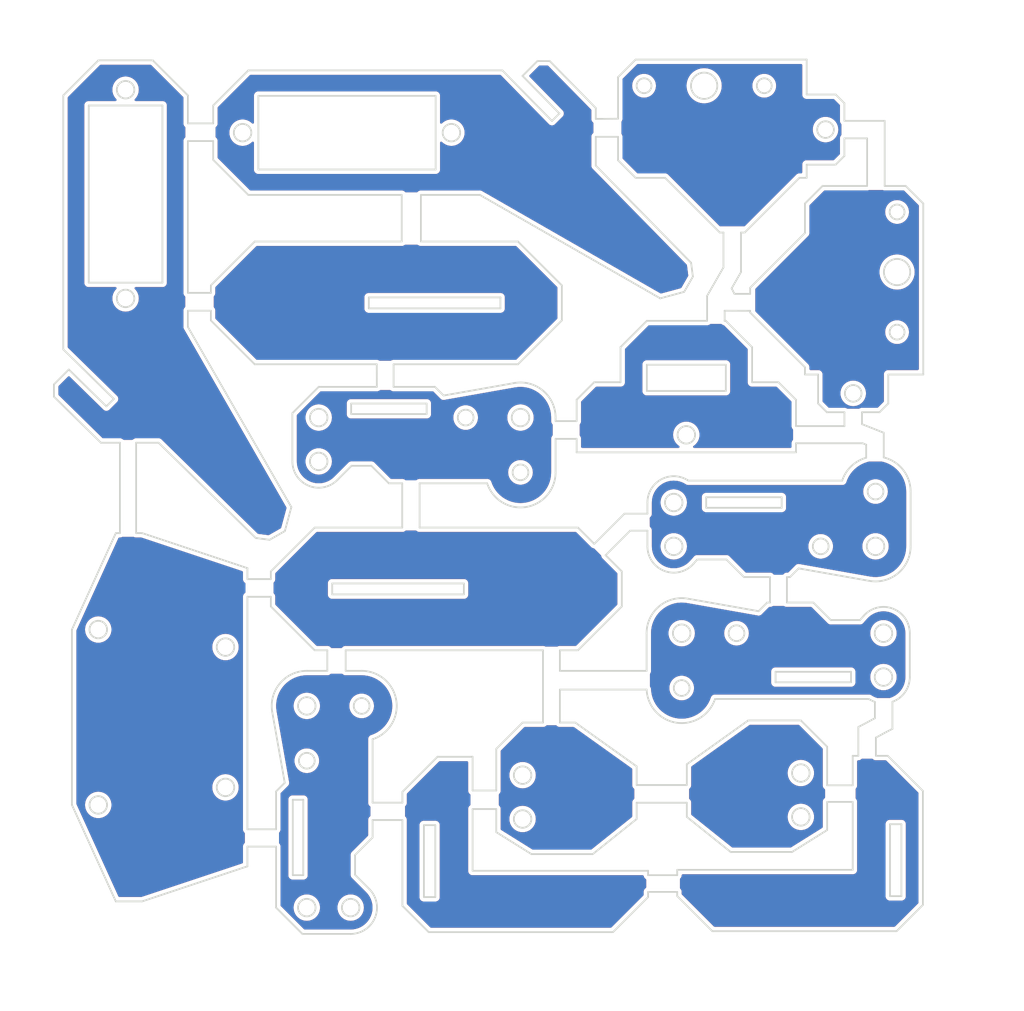
<source format=kicad_pcb>
(kicad_pcb (version 20211014) (generator pcbnew)
  (layers (0 "F.Cu" signal) (31 "B.Cu" signal) (34 "B.Paste" user) (35 "F.Paste" user) (36 "B.SilkS" user "B.Silkscreen") (37 "F.SilkS" user "F.Silkscreen") (38 "B.Mask" user) (39 "F.Mask" user) (44 "Edge.Cuts" user))
  (net 0 "")
  (gr_circle (center 141.944752 83.597134) (end 142.844752 83.597134) (layer "Edge.Cuts") (width 0.2) (fill none))
  (gr_line (start 159.313067 44.772413) (end 159.313067 49.515395) (layer "Edge.Cuts") (width 0.2))
  (gr_line (start 162.661302 96.490454) (end 162.661302 98.283599) (layer "Edge.Cuts") (width 0.2))
  (gr_line (start 152.194752 89.847134) (end 152.194752 86.024911) (layer "Edge.Cuts") (width 0.2))
  (gr_line (start 142.735661 135.27744) (end 142.735661 128.239382) (layer "Edge.Cuts") (width 0.2))
  (gr_line (start 104.387556 96.77) (end 104.387556 86.464912) (layer "Edge.Cuts") (width 0.2))
  (gr_line (start 185.866415 113.788131) (end 177.266415 113.788131) (layer "Edge.Cuts") (width 0.2))
  (gr_line (start 113.170684 54.208481) (end 117.170684 58.208481) (layer "Edge.Cuts") (width 0.2))
  (gr_line (start 152.629416 48.921232) (end 151.781329 49.770294) (layer "Edge.Cuts") (width 0.2))
  (gr_line (start 162.661302 94.553387) (end 160.04872 94.553387) (layer "Edge.Cuts") (width 0.2))
  (gr_line (start 187.702068 57.188897) (end 182.616926 57.188897) (layer "Edge.Cuts") (width 0.2))
  (gr_line (start 147.498365 79.65822) (end 139.431953 81.084335) (layer "Edge.Cuts") (width 0.2))
  (gr_line (start 171.594167 72.567273) (end 171.463668 72.567273) (layer "Edge.Cuts") (width 0.2))
  (gr_line (start 104.387556 86.464912) (end 106.938731 86.464912) (layer "Edge.Cuts") (width 0.2))
  (gr_line (start 141.739281 103.763978) (end 126.739281 103.763978) (layer "Edge.Cuts") (width 0.2))
  (gr_line (start 180.813067 54.758377) (end 184.113067 54.758377) (layer "Edge.Cuts") (width 0.2))
  (gr_line (start 182.616926 57.188897) (end 180.616926 59.188897) (layer "Edge.Cuts") (width 0.2))
  (gr_arc (start 184.861631 90.783599) (mid 185.902176 89.137538) (end 187.596675 88.17788) (layer "Edge.Cuts") (width 0.2))
  (gr_line (start 159.739281 105.138978) (end 159.739281 101.138978) (layer "Edge.Cuts") (width 0.2))
  (gr_line (start 150.126027 42.939733) (end 148.428854 44.636906) (layer "Edge.Cuts") (width 0.2))
  (gr_line (start 107.383865 68.210788) (end 98.983865 68.210788) (layer "Edge.Cuts") (width 0.2))
  (gr_circle (center 114.57 109.77) (end 115.57 109.77) (layer "Edge.Cuts") (width 0.2) (fill none))
  (gr_line (start 186.702068 122.171368) (end 186.059253 122.171368) (layer "Edge.Cuts") (width 0.2))
  (gr_line (start 123.338183 142.479312) (end 128.838183 142.479312) (layer "Edge.Cuts") (width 0.2))
  (gr_circle (center 100.07 127.77) (end 101.07 127.77) (layer "Edge.Cuts") (width 0.2) (fill none))
  (gr_line (start 189.596675 85.330624) (end 187.116926 84.345591) (layer "Edge.Cuts") (width 0.2))
  (gr_line (start 142.735661 128.239382) (end 145.434111 128.239382) (layer "Edge.Cuts") (width 0.2))
  (gr_line (start 98.983865 68.210788) (end 98.983865 48.010788) (layer "Edge.Cuts") (width 0.2))
  (gr_line (start 177.266415 112.588131) (end 185.866415 112.588131) (layer "Edge.Cuts") (width 0.2))
  (gr_line (start 162.735661 138.27744) (end 162.735661 137.68911) (layer "Edge.Cuts") (width 0.2))
  (gr_line (start 117.07 100.77) (end 105.07 96.77) (layer "Edge.Cuts") (width 0.2))
  (gr_line (start 194.059253 126.171368) (end 190.059253 122.171368) (layer "Edge.Cuts") (width 0.2))
  (gr_line (start 173.327785 67.004054) (end 173.327785 62.501018) (layer "Edge.Cuts") (width 0.2))
  (gr_line (start 131.338183 127.50807) (end 131.338183 120.278983) (layer "Edge.Cuts") (width 0.2))
  (gr_line (start 161.313067 56.258377) (end 164.670931 56.258377) (layer "Edge.Cuts") (width 0.2))
  (gr_line (start 171.594167 80.567273) (end 162.594167 80.567273) (layer "Edge.Cuts") (width 0.2))
  (gr_line (start 190.309253 138.171368) (end 190.309253 129.971368) (layer "Edge.Cuts") (width 0.2))
  (gr_line (start 148.428854 44.636906) (end 152.629416 48.921232) (layer "Edge.Cuts") (width 0.2))
  (gr_circle (center 165.661302 98.283599) (end 166.661302 98.283599) (layer "Edge.Cuts") (width 0.2) (fill none))
  (gr_line (start 179.594167 81.567273) (end 177.594167 79.567273) (layer "Edge.Cuts") (width 0.2))
  (gr_line (start 156.774808 51.578065) (end 159.313067 51.578065) (layer "Edge.Cuts") (width 0.2))
  (gr_arc (start 192.661302 98.283599) (mid 191.231752 101.348373) (end 187.964915 102.222513) (layer "Edge.Cuts") (width 0.2))
  (gr_line (start 179.594167 87.567273) (end 179.594167 86.526574) (layer "Edge.Cuts") (width 0.2))
  (gr_line (start 194.102891 59.188897) (end 192.102891 57.188897) (layer "Edge.Cuts") (width 0.2))
  (gr_line (start 134.735661 139.27744) (end 137.735661 142.27744) (layer "Edge.Cuts") (width 0.2))
  (gr_line (start 138.485661 138.27744) (end 137.185661 138.27744) (layer "Edge.Cuts") (width 0.2))
  (gr_line (start 162.566415 108.188131) (end 162.566415 112.484585) (layer "Edge.Cuts") (width 0.2))
  (gr_line (start 180.813067 56.258377) (end 180.813067 54.758377) (layer "Edge.Cuts") (width 0.2))
  (gr_circle (center 123.838183 122.729312) (end 124.738183 122.729312) (layer "Edge.Cuts") (width 0.2) (fill none))
  (gr_line (start 124.739281 110.138978) (end 126.176298 110.138978) (layer "Edge.Cuts") (width 0.2))
  (gr_line (start 122.194752 83.097134) (end 122.194752 88.597134) (layer "Edge.Cuts") (width 0.2))
  (gr_line (start 120.338183 132.520358) (end 120.338183 139.479312) (layer "Edge.Cuts") (width 0.2))
  (gr_line (start 119.739281 102.015689) (end 117.07 102.015689) (layer "Edge.Cuts") (width 0.2))
  (gr_line (start 134.657387 58.208481) (end 134.657387 63.521192) (layer "Edge.Cuts") (width 0.2))
  (gr_line (start 161.434111 129.375004) (end 161.434111 127.518145) (layer "Edge.Cuts") (width 0.2))
  (gr_line (start 102.07 138.77) (end 105.07 138.77) (layer "Edge.Cuts") (width 0.2))
  (gr_line (start 180.616926 77.86047) (end 180.616926 78.688897) (layer "Edge.Cuts") (width 0.2))
  (gr_line (start 143.567369 58.208481) (end 164.118347 70.002052) (layer "Edge.Cuts") (width 0.2))
  (gr_line (start 142.735661 126.125004) (end 142.735661 122.27744) (layer "Edge.Cuts") (width 0.2))
  (gr_line (start 179.898503 100.796398) (end 187.964915 102.222513) (layer "Edge.Cuts") (width 0.2))
  (gr_line (start 117.170684 44.008481) (end 113.170684 48.008481) (layer "Edge.Cuts") (width 0.2))
  (gr_line (start 146.132167 44.008481) (end 117.170684 44.008481) (layer "Edge.Cuts") (width 0.2))
  (gr_line (start 166.848474 69.26286) (end 167.843942 67.5282) (layer "Edge.Cuts") (width 0.2))
  (gr_line (start 159.313067 49.515395) (end 156.774808 49.539407) (layer "Edge.Cuts") (width 0.2))
  (gr_line (start 162.735661 135.778755) (end 162.735661 135.27744) (layer "Edge.Cuts") (width 0.2))
  (gr_circle (center 140.320684 51.108481) (end 141.320684 51.108481) (layer "Edge.Cuts") (width 0.2) (fill none))
  (gr_line (start 185.113067 53.758377) (end 185.113067 51.758377) (layer "Edge.Cuts") (width 0.2))
  (gr_line (start 147.905158 63.521192) (end 136.841202 63.521192) (layer "Edge.Cuts") (width 0.2))
  (gr_line (start 138.444752 80.097134) (end 133.731343 80.097134) (layer "Edge.Cuts") (width 0.2))
  (gr_line (start 100.996616 82.319521) (end 96.71229 78.118958) (layer "Edge.Cuts") (width 0.2))
  (gr_line (start 126.176298 112.479312) (end 123.838183 112.479312) (layer "Edge.Cuts") (width 0.2))
  (gr_line (start 121.338244 96.538579) (end 122.077436 93.808452) (layer "Edge.Cuts") (width 0.2))
  (gr_line (start 156.601205 98.000902) (end 154.739281 96.138978) (layer "Edge.Cuts") (width 0.2))
  (gr_line (start 188.702068 122.171368) (end 188.702068 120.087419) (layer "Edge.Cuts") (width 0.2))
  (gr_line (start 95.022062 81.223331) (end 100.368167 86.464912) (layer "Edge.Cuts") (width 0.2))
  (gr_line (start 133.731343 77.521192) (end 147.905158 77.521192) (layer "Edge.Cuts") (width 0.2))
  (gr_line (start 120.338183 139.479312) (end 123.338183 142.479312) (layer "Edge.Cuts") (width 0.2))
  (gr_line (start 162.594167 77.567273) (end 171.594167 77.567273) (layer "Edge.Cuts") (width 0.2))
  (gr_line (start 131.338183 129.490754) (end 134.735661 129.490754) (layer "Edge.Cuts") (width 0.2))
  (gr_line (start 145.434111 121.375004) (end 145.434111 126.125004) (layer "Edge.Cuts") (width 0.2))
  (gr_arc (start 192.566415 113.188131) (mid 192.022254 114.911112) (end 190.587243 116.009108) (layer "Edge.Cuts") (width 0.2))
  (gr_line (start 145.434111 128.239382) (end 145.434111 130.875004) (layer "Edge.Cuts") (width 0.2))
  (gr_line (start 172.148489 133.133157) (end 179.148489 133.133157) (layer "Edge.Cuts") (width 0.2))
  (gr_line (start 97.07 127.77) (end 102.07 138.77) (layer "Edge.Cuts") (width 0.2))
  (gr_line (start 97.07 107.77) (end 97.07 127.77) (layer "Edge.Cuts") (width 0.2))
  (gr_line (start 194.102891 78.688897) (end 194.102891 59.188897) (layer "Edge.Cuts") (width 0.2))
  (gr_line (start 190.309253 129.971368) (end 191.609253 129.971368) (layer "Edge.Cuts") (width 0.2))
  (gr_line (start 113.170684 48.008481) (end 113.170684 50.052826) (layer "Edge.Cuts") (width 0.2))
  (gr_line (start 188.702068 120.087419) (end 190.587243 119.087419) (layer "Edge.Cuts") (width 0.2))
  (gr_line (start 130.905158 71.146192) (end 130.905158 69.896192) (layer "Edge.Cuts") (width 0.2))
  (gr_line (start 184.113067 46.758377) (end 180.813067 46.758377) (layer "Edge.Cuts") (width 0.2))
  (gr_line (start 102.537859 96.77) (end 102.07 96.77) (layer "Edge.Cuts") (width 0.2))
  (gr_line (start 122.077436 93.808452) (end 110.283865 73.257474) (layer "Edge.Cuts") (width 0.2))
  (gr_line (start 170.059253 142.171368) (end 191.059253 142.171368) (layer "Edge.Cuts") (width 0.2))
  (gr_line (start 117.905158 63.521192) (end 112.905158 68.521192) (layer "Edge.Cuts") (width 0.2))
  (gr_line (start 134.716363 91.097134) (end 134.716363 96.138978) (layer "Edge.Cuts") (width 0.2))
  (gr_line (start 113.170684 52.064503) (end 113.170684 54.208481) (layer "Edge.Cuts") (width 0.2))
  (gr_line (start 134.735661 127.50807) (end 131.338183 127.50807) (layer "Edge.Cuts") (width 0.2))
  (gr_line (start 152.685047 114.61594) (end 162.570369 114.61594) (layer "Edge.Cuts") (width 0.2))
  (gr_line (start 110.283865 50.052826) (end 110.283865 46.860788) (layer "Edge.Cuts") (width 0.2))
  (gr_line (start 101.845678 81.471434) (end 100.996616 82.319521) (layer "Edge.Cuts") (width 0.2))
  (gr_line (start 174.594167 79.567273) (end 174.594167 75.567273) (layer "Edge.Cuts") (width 0.2))
  (gr_line (start 96.083865 75.822271) (end 101.845678 81.471434) (layer "Edge.Cuts") (width 0.2))
  (gr_line (start 177.266415 113.788131) (end 177.266415 112.588131) (layer "Edge.Cuts") (width 0.2))
  (gr_line (start 186.059253 122.171368) (end 186.059253 125.534268) (layer "Edge.Cuts") (width 0.2))
  (gr_line (start 173.741999 62.501018) (end 179.98464 56.258377) (layer "Edge.Cuts") (width 0.2))
  (gr_line (start 154.434111 118.375004) (end 152.685047 118.375004) (layer "Edge.Cuts") (width 0.2))
  (gr_line (start 183.116926 82.988897) (end 185.116926 82.988897) (layer "Edge.Cuts") (width 0.2))
  (gr_line (start 180.616926 62.546762) (end 174.374286 68.789403) (layer "Edge.Cuts") (width 0.2))
  (gr_line (start 174.594167 75.567273) (end 171.594167 72.567273) (layer "Edge.Cuts") (width 0.2))
  (gr_line (start 117.07 102.015689) (end 117.07 100.77) (layer "Edge.Cuts") (width 0.2))
  (gr_circle (center 188.661302 92.033599) (end 189.561302 92.033599) (layer "Edge.Cuts") (width 0.2) (fill none))
  (gr_line (start 147.905158 77.521192) (end 152.905158 72.521192) (layer "Edge.Cuts") (width 0.2))
  (gr_line (start 179.148489 133.133157) (end 183.148489 130.633157) (layer "Edge.Cuts") (width 0.2))
  (gr_line (start 186.059253 135.171368) (end 166.059253 135.171368) (layer "Edge.Cuts") (width 0.2))
  (gr_circle (center 165.661302 93.283599) (end 166.661302 93.283599) (layer "Edge.Cuts") (width 0.2) (fill none))
  (gr_arc (start 152.194752 89.847134) (mid 148.827735 93.796679) (end 144.395081 91.097134) (layer "Edge.Cuts") (width 0.2))
  (gr_arc (start 162.566415 108.188131) (mid 163.995949 105.123316) (end 167.262802 104.249217) (layer "Edge.Cuts") (width 0.2))
  (gr_line (start 128.269398 112.479312) (end 128.269398 110.138978) (layer "Edge.Cuts") (width 0.2))
  (gr_line (start 190.116926 81.988897) (end 190.116926 78.688897) (layer "Edge.Cuts") (width 0.2))
  (gr_line (start 174.374286 69.491555) (end 172.58089 69.491555) (layer "Edge.Cuts") (width 0.2))
  (gr_line (start 162.661302 93.283599) (end 162.661302 94.553387) (layer "Edge.Cuts") (width 0.2))
  (gr_line (start 100.368167 86.464912) (end 102.537859 86.464912) (layer "Edge.Cuts") (width 0.2))
  (gr_line (start 152.194752 86.024911) (end 154.594167 86.024911) (layer "Edge.Cuts") (width 0.2))
  (gr_line (start 166.059253 135.778755) (end 162.735661 135.778755) (layer "Edge.Cuts") (width 0.2))
  (gr_line (start 171.463668 71.409855) (end 174.374286 71.420189) (layer "Edge.Cuts") (width 0.2))
  (gr_line (start 180.148489 118.133157) (end 174.148489 118.133157) (layer "Edge.Cuts") (width 0.2))
  (gr_circle (center 125.194752 83.597134) (end 126.194752 83.597134) (layer "Edge.Cuts") (width 0.2) (fill none))
  (gr_line (start 137.494752 81.997134) (end 137.494752 83.197134) (layer "Edge.Cuts") (width 0.2))
  (gr_line (start 161.434111 123.375004) (end 154.434111 118.375004) (layer "Edge.Cuts") (width 0.2))
  (gr_circle (center 166.566415 114.438131) (end 167.466415 114.438131) (layer "Edge.Cuts") (width 0.2) (fill none))
  (gr_line (start 166.059253 138.171368) (end 170.059253 142.171368) (layer "Edge.Cuts") (width 0.2))
  (gr_line (start 148.434111 118.375004) (end 145.434111 121.375004) (layer "Edge.Cuts") (width 0.2))
  (gr_arc (start 188.587243 116.023836) (mid 188.237032 115.87751) (end 187.908102 115.688131) (layer "Edge.Cuts") (width 0.2))
  (gr_line (start 130.905158 69.896192) (end 145.905158 69.896192) (layer "Edge.Cuts") (width 0.2))
  (gr_line (start 192.661302 98.283599) (end 192.661302 92.033599) (layer "Edge.Cuts") (width 0.2))
  (gr_line (start 187.116926 82.988897) (end 189.116926 82.988897) (layer "Edge.Cuts") (width 0.2))
  (gr_line (start 136.841202 58.208481) (end 143.567369 58.208481) (layer "Edge.Cuts") (width 0.2))
  (gr_line (start 174.374286 68.789403) (end 174.374286 69.491555) (layer "Edge.Cuts") (width 0.2))
  (gr_line (start 105.07 96.77) (end 104.387556 96.77) (layer "Edge.Cuts") (width 0.2))
  (gr_circle (center 182.411302 98.283599) (end 183.311302 98.283599) (layer "Edge.Cuts") (width 0.2) (fill none))
  (gr_line (start 110.283865 71.406817) (end 112.905158 71.406817) (layer "Edge.Cuts") (width 0.2))
  (gr_line (start 164.670931 56.258377) (end 170.913572 62.501018) (layer "Edge.Cuts") (width 0.2))
  (gr_line (start 180.616926 59.188897) (end 180.616926 62.546762) (layer "Edge.Cuts") (width 0.2))
  (gr_circle (center 188.661302 98.283599) (end 189.661302 98.283599) (layer "Edge.Cuts") (width 0.2) (fill none))
  (gr_line (start 126.176298 110.138978) (end 126.176298 112.479312) (layer "Edge.Cuts") (width 0.2))
  (gr_circle (center 172.816415 108.188131) (end 173.716415 108.188131) (layer "Edge.Cuts") (width 0.2) (fill none))
  (gr_line (start 131.194752 89.097134) (end 133.194752 91.097134) (layer "Edge.Cuts") (width 0.2))
  (gr_line (start 162.735661 135.27744) (end 142.735661 135.27744) (layer "Edge.Cuts") (width 0.2))
  (gr_line (start 100.083865 42.860788) (end 96.083865 46.860788) (layer "Edge.Cuts") (width 0.2))
  (gr_line (start 167.909089 100.270419) (end 168.33939 99.783599) (layer "Edge.Cuts") (width 0.2))
  (gr_line (start 187.116926 84.345591) (end 187.116926 82.988897) (layer "Edge.Cuts") (width 0.2))
  (gr_line (start 185.116926 82.988897) (end 185.116926 84.567273) (layer "Edge.Cuts") (width 0.2))
  (gr_line (start 185.116926 84.567273) (end 179.594167 84.567273) (layer "Edge.Cuts") (width 0.2))
  (gr_line (start 119.899269 117.175699) (end 121.325384 125.242111) (layer "Edge.Cuts") (width 0.2))
  (gr_circle (center 123.838183 139.479312) (end 124.838183 139.479312) (layer "Edge.Cuts") (width 0.2) (fill none))
  (gr_circle (center 189.566415 108.188131) (end 190.566415 108.188131) (layer "Edge.Cuts") (width 0.2) (fill none))
  (gr_line (start 180.616926 78.688897) (end 182.116926 78.688897) (layer "Edge.Cuts") (width 0.2))
  (gr_line (start 194.059253 139.171368) (end 194.059253 126.171368) (layer "Edge.Cuts") (width 0.2))
  (gr_line (start 159.594167 79.567273) (end 156.594167 79.567273) (layer "Edge.Cuts") (width 0.2))
  (gr_circle (center 148.194752 89.847134) (end 149.094752 89.847134) (layer "Edge.Cuts") (width 0.2) (fill none))
  (gr_line (start 174.374286 71.61783) (end 180.616926 77.86047) (layer "Edge.Cuts") (width 0.2))
  (gr_line (start 190.059253 122.171368) (end 188.702068 122.171368) (layer "Edge.Cuts") (width 0.2))
  (gr_line (start 106.938731 86.464912) (end 118.022201 97.331688) (layer "Edge.Cuts") (width 0.2))
  (gr_line (start 119.739281 105.138978) (end 124.739281 110.138978) (layer "Edge.Cuts") (width 0.2))
  (gr_line (start 159.313067 54.258377) (end 161.313067 56.258377) (layer "Edge.Cuts") (width 0.2))
  (gr_line (start 152.905158 68.521192) (end 147.905158 63.521192) (layer "Edge.Cuts") (width 0.2))
  (gr_line (start 173.327785 62.501018) (end 173.741999 62.501018) (layer "Edge.Cuts") (width 0.2))
  (gr_line (start 136.841202 63.521192) (end 136.841202 58.208481) (layer "Edge.Cuts") (width 0.2))
  (gr_line (start 183.148489 121.133157) (end 180.148489 118.133157) (layer "Edge.Cuts") (width 0.2))
  (gr_line (start 168.33939 99.783599) (end 171.661302 99.783599) (layer "Edge.Cuts") (width 0.2))
  (gr_circle (center 162.277785 45.758377) (end 163.127785 45.758377) (layer "Edge.Cuts") (width 0.2) (fill none))
  (gr_line (start 138.520684 46.908481) (end 138.520684 55.308481) (layer "Edge.Cuts") (width 0.2))
  (gr_line (start 145.434111 130.875004) (end 149.434111 133.375004) (layer "Edge.Cuts") (width 0.2))
  (gr_line (start 154.594167 83.996392) (end 152.194752 83.996392) (layer "Edge.Cuts") (width 0.2))
  (gr_line (start 96.083865 46.860788) (end 96.083865 75.822271) (layer "Edge.Cuts") (width 0.2))
  (gr_line (start 183.148489 130.633157) (end 183.148489 127.425474) (layer "Edge.Cuts") (width 0.2))
  (gr_line (start 117.07 134.77) (end 117.07 132.520358) (layer "Edge.Cuts") (width 0.2))
  (gr_line (start 189.116926 82.988897) (end 190.116926 81.988897) (layer "Edge.Cuts") (width 0.2))
  (gr_circle (center 116.520684 51.108481) (end 117.520684 51.108481) (layer "Edge.Cuts") (width 0.2) (fill none))
  (gr_line (start 130.95932 137.357808) (end 129.338183 135.736951) (layer "Edge.Cuts") (width 0.2))
  (gr_line (start 156.594167 79.567273) (end 154.594167 81.567273) (layer "Edge.Cuts") (width 0.2))
  (gr_line (start 182.116926 78.688897) (end 182.116926 81.988897) (layer "Edge.Cuts") (width 0.2))
  (gr_arc (start 127.316256 90.718271) (mid 124.046827 91.3688) (end 122.194752 88.597134) (layer "Edge.Cuts") (width 0.2))
  (gr_line (start 154.594167 87.567273) (end 179.594167 87.567273) (layer "Edge.Cuts") (width 0.2))
  (gr_line (start 161.434111 127.518145) (end 167.148489 127.518145) (layer "Edge.Cuts") (width 0.2))
  (gr_line (start 185.866415 112.588131) (end 185.866415 113.788131) (layer "Edge.Cuts") (width 0.2))
  (gr_line (start 161.434111 125.49902) (end 161.434111 123.375004) (layer "Edge.Cuts") (width 0.2))
  (gr_line (start 120.338183 130.548515) (end 117.07 130.548515) (layer "Edge.Cuts") (width 0.2))
  (gr_circle (center 123.838183 116.479312) (end 124.838183 116.479312) (layer "Edge.Cuts") (width 0.2) (fill none))
  (gr_line (start 134.657387 63.521192) (end 117.905158 63.521192) (layer "Edge.Cuts") (width 0.2))
  (gr_line (start 122.238183 135.779312) (end 122.238183 127.179312) (layer "Edge.Cuts") (width 0.2))
  (gr_line (start 152.685047 118.375004) (end 152.685047 114.61594) (layer "Edge.Cuts") (width 0.2))
  (gr_line (start 190.116926 78.688897) (end 194.102891 78.688897) (layer "Edge.Cuts") (width 0.2))
  (gr_line (start 169.463668 72.567273) (end 162.594167 72.567273) (layer "Edge.Cuts") (width 0.2))
  (gr_line (start 113.170684 50.052826) (end 110.283865 50.052826) (layer "Edge.Cuts") (width 0.2))
  (gr_line (start 95.015116 79.816132) (end 95.022062 81.223331) (layer "Edge.Cuts") (width 0.2))
  (gr_line (start 192.566415 113.188131) (end 192.566415 108.188131) (layer "Edge.Cuts") (width 0.2))
  (gr_line (start 174.148489 118.133157) (end 167.148489 123.133157) (layer "Edge.Cuts") (width 0.2))
  (gr_arc (start 187.318628 106.201311) (mid 190.628681 105.382426) (end 192.566415 108.188131) (layer "Edge.Cuts") (width 0.2))
  (gr_circle (center 103.183865 70.010788) (end 104.183865 70.010788) (layer "Edge.Cuts") (width 0.2) (fill none))
  (gr_line (start 176.316415 104.688131) (end 175.329214 105.675332) (layer "Edge.Cuts") (width 0.2))
  (gr_line (start 190.587243 119.087419) (end 190.587243 116.009108) (layer "Edge.Cuts") (width 0.2))
  (gr_line (start 159.313067 51.578065) (end 159.313067 54.258377) (layer "Edge.Cuts") (width 0.2))
  (gr_line (start 154.739281 110.138978) (end 159.739281 105.138978) (layer "Edge.Cuts") (width 0.2))
  (gr_line (start 145.905158 71.146192) (end 130.905158 71.146192) (layer "Edge.Cuts") (width 0.2))
  (gr_line (start 179.98464 56.258377) (end 180.813067 56.258377) (layer "Edge.Cuts") (width 0.2))
  (gr_line (start 177.961302 92.683599) (end 177.961302 93.883599) (layer "Edge.Cuts") (width 0.2))
  (gr_line (start 186.059253 125.534268) (end 183.148489 125.534268) (layer "Edge.Cuts") (width 0.2))
  (gr_line (start 117.905158 77.521192) (end 131.809785 77.521192) (layer "Edge.Cuts") (width 0.2))
  (gr_line (start 187.596675 86.688177) (end 187.596675 88.17788) (layer "Edge.Cuts") (width 0.2))
  (gr_line (start 159.594167 75.567273) (end 159.594167 79.567273) (layer "Edge.Cuts") (width 0.2))
  (gr_line (start 156.774808 48.292783) (end 151.533226 42.946679) (layer "Edge.Cuts") (width 0.2))
  (gr_line (start 117.170684 58.208481) (end 134.657387 58.208481) (layer "Edge.Cuts") (width 0.2))
  (gr_line (start 154.594167 86.024911) (end 154.594167 87.567273) (layer "Edge.Cuts") (width 0.2))
  (gr_line (start 123.438183 135.779312) (end 122.238183 135.779312) (layer "Edge.Cuts") (width 0.2))
  (gr_line (start 145.905158 69.896192) (end 145.905158 71.146192) (layer "Edge.Cuts") (width 0.2))
  (gr_line (start 122.238183 127.179312) (end 123.438183 127.179312) (layer "Edge.Cuts") (width 0.2))
  (gr_line (start 119.739281 101.138978) (end 119.739281 102.015689) (layer "Edge.Cuts") (width 0.2))
  (gr_line (start 98.983865 48.010788) (end 107.383865 48.010788) (layer "Edge.Cuts") (width 0.2))
  (gr_line (start 179.594167 84.567273) (end 179.594167 81.567273) (layer "Edge.Cuts") (width 0.2))
  (gr_line (start 117.07 132.520358) (end 120.338183 132.520358) (layer "Edge.Cuts") (width 0.2))
  (gr_line (start 110.283865 52.064503) (end 113.170684 52.064503) (layer "Edge.Cuts") (width 0.2))
  (gr_line (start 119.739281 104.034408) (end 119.739281 105.138978) (layer "Edge.Cuts") (width 0.2))
  (gr_line (start 131.819752 80.097134) (end 125.194752 80.097134) (layer "Edge.Cuts") (width 0.2))
  (gr_line (start 134.735661 129.490754) (end 134.735661 139.27744) (layer "Edge.Cuts") (width 0.2))
  (gr_circle (center 100.07 107.77) (end 101.07 107.77) (layer "Edge.Cuts") (width 0.2) (fill none))
  (gr_line (start 169.361302 93.883599) (end 169.361302 92.683599) (layer "Edge.Cuts") (width 0.2))
  (gr_line (start 125.194752 80.097134) (end 122.194752 83.097134) (layer "Edge.Cuts") (width 0.2))
  (gr_line (start 181.566415 104.688131) (end 178.564243 104.688131) (layer "Edge.Cuts") (width 0.2))
  (gr_line (start 183.566415 106.688131) (end 181.566415 104.688131) (layer "Edge.Cuts") (width 0.2))
  (gr_line (start 186.888327 106.688131) (end 183.566415 106.688131) (layer "Edge.Cuts") (width 0.2))
  (gr_line (start 152.905158 72.521192) (end 152.905158 68.521192) (layer "Edge.Cuts") (width 0.2))
  (gr_line (start 167.148489 129.133157) (end 172.148489 133.133157) (layer "Edge.Cuts") (width 0.2))
  (gr_line (start 112.905158 71.406817) (end 112.905158 72.521192) (layer "Edge.Cuts") (width 0.2))
  (gr_line (start 133.194752 91.097134) (end 134.716363 91.097134) (layer "Edge.Cuts") (width 0.2))
  (gr_line (start 189.702068 57.188897) (end 189.702068 49.758377) (layer "Edge.Cuts") (width 0.2))
  (gr_line (start 118.320684 46.908481) (end 138.520684 46.908481) (layer "Edge.Cuts") (width 0.2))
  (gr_line (start 183.148489 127.425474) (end 186.059253 127.425474) (layer "Edge.Cuts") (width 0.2))
  (gr_line (start 191.059253 142.171368) (end 194.059253 139.171368) (layer "Edge.Cuts") (width 0.2))
  (gr_line (start 124.739281 96.138978) (end 119.739281 101.138978) (layer "Edge.Cuts") (width 0.2))
  (gr_line (start 167.148489 127.518145) (end 167.148489 129.133157) (layer "Edge.Cuts") (width 0.2))
  (gr_line (start 186.702068 118.884365) (end 186.702068 122.171368) (layer "Edge.Cuts") (width 0.2))
  (gr_line (start 178.564243 104.688131) (end 178.564243 101.783599) (layer "Edge.Cuts") (width 0.2))
  (gr_line (start 158.735661 142.27744) (end 162.735661 138.27744) (layer "Edge.Cuts") (width 0.2))
  (gr_line (start 161.313067 42.772413) (end 159.313067 44.772413) (layer "Edge.Cuts") (width 0.2))
  (gr_line (start 102.537859 86.464912) (end 102.537859 96.77) (layer "Edge.Cuts") (width 0.2))
  (gr_line (start 170.366086 115.688131) (end 187.908102 115.688131) (layer "Edge.Cuts") (width 0.2))
  (gr_line (start 160.04872 94.553387) (end 156.601205 98.000902) (layer "Edge.Cuts") (width 0.2))
  (gr_arc (start 130.088183 112.479312) (mid 134.037743 115.846322) (end 131.338183 120.278983) (layer "Edge.Cuts") (width 0.2))
  (gr_line (start 166.059253 135.171368) (end 166.059253 135.778755) (layer "Edge.Cuts") (width 0.2))
  (gr_line (start 137.185661 130.07744) (end 138.485661 130.07744) (layer "Edge.Cuts") (width 0.2))
  (gr_line (start 128.937112 89.097134) (end 131.194752 89.097134) (layer "Edge.Cuts") (width 0.2))
  (gr_line (start 162.594167 80.567273) (end 162.594167 77.567273) (layer "Edge.Cuts") (width 0.2))
  (gr_line (start 156.774808 54.863347) (end 156.774808 51.578065) (layer "Edge.Cuts") (width 0.2))
  (gr_line (start 130.088183 112.479312) (end 128.269398 112.479312) (layer "Edge.Cuts") (width 0.2))
  (gr_line (start 185.113067 49.758377) (end 185.113067 47.758377) (layer "Edge.Cuts") (width 0.2))
  (gr_circle (center 128.838183 139.479312) (end 129.838183 139.479312) (layer "Edge.Cuts") (width 0.2) (fill none))
  (gr_line (start 178.911302 101.783599) (end 179.898503 100.796398) (layer "Edge.Cuts") (width 0.2))
  (gr_line (start 162.594167 72.567273) (end 159.594167 75.567273) (layer "Edge.Cuts") (width 0.2))
  (gr_line (start 139.431953 81.084335) (end 138.444752 80.097134) (layer "Edge.Cuts") (width 0.2))
  (gr_line (start 149.434111 133.375004) (end 156.434111 133.375004) (layer "Edge.Cuts") (width 0.2))
  (gr_circle (center 189.566415 113.188131) (end 190.566415 113.188131) (layer "Edge.Cuts") (width 0.2) (fill none))
  (gr_line (start 112.905158 68.521192) (end 112.905158 69.376852) (layer "Edge.Cuts") (width 0.2))
  (gr_line (start 110.283865 69.376852) (end 110.283865 52.064503) (layer "Edge.Cuts") (width 0.2))
  (gr_line (start 173.661302 101.783599) (end 176.630355 101.783599) (layer "Edge.Cuts") (width 0.2))
  (gr_line (start 189.596675 88.144501) (end 189.596675 85.330624) (layer "Edge.Cuts") (width 0.2))
  (gr_line (start 141.739281 102.513978) (end 141.739281 103.763978) (layer "Edge.Cuts") (width 0.2))
  (gr_line (start 162.566415 112.484585) (end 152.685047 112.484585) (layer "Edge.Cuts") (width 0.2))
  (gr_line (start 110.283865 46.860788) (end 106.283865 42.860788) (layer "Edge.Cuts") (width 0.2))
  (gr_line (start 171.594167 77.567273) (end 171.594167 80.567273) (layer "Edge.Cuts") (width 0.2))
  (gr_line (start 188.587243 117.884365) (end 186.702068 118.884365) (layer "Edge.Cuts") (width 0.2))
  (gr_line (start 166.059253 137.68911) (end 166.059253 138.171368) (layer "Edge.Cuts") (width 0.2))
  (gr_line (start 105.07 138.77) (end 117.07 134.77) (layer "Edge.Cuts") (width 0.2))
  (gr_line (start 187.702068 51.758377) (end 187.702068 57.188897) (layer "Edge.Cuts") (width 0.2))
  (gr_line (start 96.71229 78.118958) (end 95.015116 79.816132) (layer "Edge.Cuts") (width 0.2))
  (gr_line (start 133.731343 80.097134) (end 133.731343 77.521192) (layer "Edge.Cuts") (width 0.2))
  (gr_line (start 126.739281 102.513978) (end 141.739281 102.513978) (layer "Edge.Cuts") (width 0.2))
  (gr_circle (center 114.57 125.77) (end 115.57 125.77) (layer "Edge.Cuts") (width 0.2) (fill none))
  (gr_line (start 137.185661 138.27744) (end 137.185661 130.07744) (layer "Edge.Cuts") (width 0.2))
  (gr_circle (center 191.116926 67.003616) (end 192.616926 67.003616) (layer "Edge.Cuts") (width 0.2) (fill none))
  (gr_line (start 134.716363 96.138978) (end 124.739281 96.138978) (layer "Edge.Cuts") (width 0.2))
  (gr_line (start 187.189852 86.526574) (end 187.596675 86.688177) (layer "Edge.Cuts") (width 0.2))
  (gr_line (start 164.118347 70.002052) (end 166.848474 69.26286) (layer "Edge.Cuts") (width 0.2))
  (gr_line (start 137.735661 142.27744) (end 158.735661 142.27744) (layer "Edge.Cuts") (width 0.2))
  (gr_line (start 180.813067 42.772413) (end 161.313067 42.772413) (layer "Edge.Cuts") (width 0.2))
  (gr_line (start 129.338183 133.479312) (end 131.338183 131.479312) (layer "Edge.Cuts") (width 0.2))
  (gr_line (start 112.905158 72.521192) (end 117.905158 77.521192) (layer "Edge.Cuts") (width 0.2))
  (gr_line (start 179.594167 86.526574) (end 187.189852 86.526574) (layer "Edge.Cuts") (width 0.2))
  (gr_line (start 156.774808 49.539407) (end 156.774808 48.292783) (layer "Edge.Cuts") (width 0.2))
  (gr_circle (center 167.094167 85.567273) (end 168.094167 85.567273) (layer "Edge.Cuts") (width 0.2) (fill none))
  (gr_line (start 170.913572 62.501018) (end 171.327785 62.501018) (layer "Edge.Cuts") (width 0.2))
  (gr_line (start 185.113067 47.758377) (end 184.113067 46.758377) (layer "Edge.Cuts") (width 0.2))
  (gr_line (start 191.609253 138.171368) (end 190.309253 138.171368) (layer "Edge.Cuts") (width 0.2))
  (gr_line (start 171.661302 99.783599) (end 173.661302 101.783599) (layer "Edge.Cuts") (width 0.2))
  (gr_circle (center 186.116926 80.838897) (end 187.066926 80.838897) (layer "Edge.Cuts") (width 0.2) (fill none))
  (gr_circle (center 130.088183 116.479312) (end 130.988183 116.479312) (layer "Edge.Cuts") (width 0.2) (fill none))
  (gr_line (start 102.07 96.77) (end 97.07 107.77) (layer "Edge.Cuts") (width 0.2))
  (gr_line (start 118.320684 55.308481) (end 118.320684 46.908481) (layer "Edge.Cuts") (width 0.2))
  (gr_circle (center 148.194752 83.597134) (end 149.194752 83.597134) (layer "Edge.Cuts") (width 0.2) (fill none))
  (gr_line (start 136.695538 96.138978) (end 136.695538 91.097134) (layer "Edge.Cuts") (width 0.2))
  (gr_circle (center 148.434111 124.375004) (end 149.434111 124.375004) (layer "Edge.Cuts") (width 0.2) (fill none))
  (gr_line (start 171.327785 66.470964) (end 169.463668 69.719346) (layer "Edge.Cuts") (width 0.2))
  (gr_line (start 185.113067 51.758377) (end 187.702068 51.758377) (layer "Edge.Cuts") (width 0.2))
  (gr_line (start 186.059253 127.425474) (end 186.059253 135.171368) (layer "Edge.Cuts") (width 0.2))
  (gr_line (start 128.269398 110.138978) (end 150.757755 110.138978) (layer "Edge.Cuts") (width 0.2))
  (gr_line (start 129.338183 135.736951) (end 129.338183 133.479312) (layer "Edge.Cuts") (width 0.2))
  (gr_line (start 138.735661 122.27744) (end 134.735661 126.27744) (layer "Edge.Cuts") (width 0.2))
  (gr_line (start 152.685047 110.138978) (end 154.739281 110.138978) (layer "Edge.Cuts") (width 0.2))
  (gr_line (start 150.757755 110.138978) (end 150.757755 118.375004) (layer "Edge.Cuts") (width 0.2))
  (gr_line (start 167.843942 67.5282) (end 167.641584 65.946818) (layer "Edge.Cuts") (width 0.2))
  (gr_line (start 151.533226 42.946679) (end 150.126027 42.939733) (layer "Edge.Cuts") (width 0.2))
  (gr_line (start 167.148489 123.133157) (end 167.148489 125.49902) (layer "Edge.Cuts") (width 0.2))
  (gr_line (start 188.587243 116.023836) (end 188.587243 117.884365) (layer "Edge.Cuts") (width 0.2))
  (gr_line (start 154.594167 81.567273) (end 154.594167 83.996392) (layer "Edge.Cuts") (width 0.2))
  (gr_line (start 136.695538 91.097134) (end 144.395081 91.097134) (layer "Edge.Cuts") (width 0.2))
  (gr_line (start 127.316256 90.718271) (end 128.937112 89.097134) (layer "Edge.Cuts") (width 0.2))
  (gr_arc (start 147.498365 79.65822) (mid 150.765199 80.532366) (end 152.194752 83.597134) (layer "Edge.Cuts") (width 0.2))
  (gr_line (start 176.630355 101.783599) (end 176.630355 104.688131) (layer "Edge.Cuts") (width 0.2))
  (gr_line (start 156.434111 133.375004) (end 161.434111 129.375004) (layer "Edge.Cuts") (width 0.2))
  (gr_circle (center 180.148489 124.133157) (end 181.148489 124.133157) (layer "Edge.Cuts") (width 0.2) (fill none))
  (gr_line (start 174.374286 71.420189) (end 174.374286 71.61783) (layer "Edge.Cuts") (width 0.2))
  (gr_line (start 110.283865 73.257474) (end 110.283865 71.406817) (layer "Edge.Cuts") (width 0.2))
  (gr_circle (center 148.434111 129.375004) (end 149.434111 129.375004) (layer "Edge.Cuts") (width 0.2) (fill none))
  (gr_circle (center 103.183865 46.210788) (end 104.183865 46.210788) (layer "Edge.Cuts") (width 0.2) (fill none))
  (gr_line (start 192.102891 57.188897) (end 189.702068 57.188897) (layer "Edge.Cuts") (width 0.2))
  (gr_line (start 167.148489 125.49902) (end 161.434111 125.49902) (layer "Edge.Cuts") (width 0.2))
  (gr_line (start 131.338183 131.479312) (end 131.338183 129.490754) (layer "Edge.Cuts") (width 0.2))
  (gr_circle (center 125.194752 88.597134) (end 126.194752 88.597134) (layer "Edge.Cuts") (width 0.2) (fill none))
  (gr_arc (start 167.909089 100.270419) (mid 164.599041 101.089279) (end 162.661302 98.283599) (layer "Edge.Cuts") (width 0.2))
  (gr_line (start 159.739281 101.138978) (end 157.896412 99.296109) (layer "Edge.Cuts") (width 0.2))
  (gr_line (start 128.894752 81.997134) (end 137.494752 81.997134) (layer "Edge.Cuts") (width 0.2))
  (gr_line (start 112.905158 69.376852) (end 110.283865 69.376852) (layer "Edge.Cuts") (width 0.2))
  (gr_line (start 177.961302 93.883599) (end 169.361302 93.883599) (layer "Edge.Cuts") (width 0.2))
  (gr_circle (center 182.963067 50.758377) (end 183.913067 50.758377) (layer "Edge.Cuts") (width 0.2) (fill none))
  (gr_line (start 126.739281 103.763978) (end 126.739281 102.513978) (layer "Edge.Cuts") (width 0.2))
  (gr_circle (center 180.148489 129.133157) (end 181.148489 129.133157) (layer "Edge.Cuts") (width 0.2) (fill none))
  (gr_arc (start 130.95932 137.357808) (mid 131.609849 140.627224) (end 128.838183 142.479312) (layer "Edge.Cuts") (width 0.2))
  (gr_line (start 183.148489 125.534268) (end 183.148489 121.133157) (layer "Edge.Cuts") (width 0.2))
  (gr_line (start 119.603584 97.534046) (end 121.338244 96.538579) (layer "Edge.Cuts") (width 0.2))
  (gr_arc (start 119.899269 117.175699) (mid 120.77341 113.90885) (end 123.838183 112.479312) (layer "Edge.Cuts") (width 0.2))
  (gr_circle (center 175.977785 45.758377) (end 176.827785 45.758377) (layer "Edge.Cuts") (width 0.2) (fill none))
  (gr_line (start 154.739281 96.138978) (end 136.695538 96.138978) (layer "Edge.Cuts") (width 0.2))
  (gr_line (start 142.735661 122.27744) (end 138.735661 122.27744) (layer "Edge.Cuts") (width 0.2))
  (gr_line (start 187.318628 106.201311) (end 186.888327 106.688131) (layer "Edge.Cuts") (width 0.2))
  (gr_line (start 118.022201 97.331688) (end 119.603584 97.534046) (layer "Edge.Cuts") (width 0.2))
  (gr_line (start 137.494752 83.197134) (end 128.894752 83.197134) (layer "Edge.Cuts") (width 0.2))
  (gr_line (start 169.463668 69.719346) (end 169.463668 72.567273) (layer "Edge.Cuts") (width 0.2))
  (gr_line (start 172.58089 69.491555) (end 172.260126 68.86454) (layer "Edge.Cuts") (width 0.2))
  (gr_arc (start 170.366086 115.688131) (mid 166.021401 118.400827) (end 162.570369 114.61594) (layer "Edge.Cuts") (width 0.2))
  (gr_circle (center 166.566415 108.188131) (end 167.566415 108.188131) (layer "Edge.Cuts") (width 0.2) (fill none))
  (gr_line (start 177.594167 79.567273) (end 174.594167 79.567273) (layer "Edge.Cuts") (width 0.2))
  (gr_line (start 176.630355 104.688131) (end 176.316415 104.688131) (layer "Edge.Cuts") (width 0.2))
  (gr_line (start 184.861631 90.783599) (end 167.319615 90.783599) (layer "Edge.Cuts") (width 0.2))
  (gr_line (start 106.283865 42.860788) (end 100.083865 42.860788) (layer "Edge.Cuts") (width 0.2))
  (gr_line (start 171.463668 72.567273) (end 171.463668 71.409855) (layer "Edge.Cuts") (width 0.2))
  (gr_line (start 180.813067 46.758377) (end 180.813067 42.772413) (layer "Edge.Cuts") (width 0.2))
  (gr_line (start 169.361302 92.683599) (end 177.961302 92.683599) (layer "Edge.Cuts") (width 0.2))
  (gr_line (start 117.07 104.034408) (end 119.739281 104.034408) (layer "Edge.Cuts") (width 0.2))
  (gr_line (start 120.338183 126.229312) (end 120.338183 130.548515) (layer "Edge.Cuts") (width 0.2))
  (gr_line (start 152.685047 112.484585) (end 152.685047 110.138978) (layer "Edge.Cuts") (width 0.2))
  (gr_line (start 107.383865 48.010788) (end 107.383865 68.210788) (layer "Edge.Cuts") (width 0.2))
  (gr_line (start 151.781329 49.770294) (end 146.132167 44.008481) (layer "Edge.Cuts") (width 0.2))
  (gr_line (start 189.702068 49.758377) (end 185.113067 49.758377) (layer "Edge.Cuts") (width 0.2))
  (gr_line (start 121.325384 125.242111) (end 120.338183 126.229312) (layer "Edge.Cuts") (width 0.2))
  (gr_line (start 145.434111 126.125004) (end 142.735661 126.125004) (layer "Edge.Cuts") (width 0.2))
  (gr_line (start 134.735661 126.27744) (end 134.735661 127.50807) (layer "Edge.Cuts") (width 0.2))
  (gr_line (start 152.194752 83.996392) (end 152.194752 83.597134) (layer "Edge.Cuts") (width 0.2))
  (gr_line (start 182.116926 81.988897) (end 183.116926 82.988897) (layer "Edge.Cuts") (width 0.2))
  (gr_line (start 171.327785 62.501018) (end 171.327785 66.470964) (layer "Edge.Cuts") (width 0.2))
  (gr_line (start 117.07 130.548515) (end 117.07 104.034408) (layer "Edge.Cuts") (width 0.2))
  (gr_circle (center 191.116926 73.853616) (end 191.966926 73.853616) (layer "Edge.Cuts") (width 0.2) (fill none))
  (gr_line (start 178.564243 101.783599) (end 178.911302 101.783599) (layer "Edge.Cuts") (width 0.2))
  (gr_circle (center 191.116926 60.153616) (end 191.966926 60.153616) (layer "Edge.Cuts") (width 0.2) (fill none))
  (gr_line (start 138.485661 130.07744) (end 138.485661 138.27744) (layer "Edge.Cuts") (width 0.2))
  (gr_line (start 157.896412 99.296109) (end 160.702067 96.490454) (layer "Edge.Cuts") (width 0.2))
  (gr_line (start 162.735661 137.68911) (end 166.059253 137.68911) (layer "Edge.Cuts") (width 0.2))
  (gr_arc (start 189.596675 88.144501) (mid 191.803054 89.557875) (end 192.661302 92.033599) (layer "Edge.Cuts") (width 0.2))
  (gr_circle (center 169.127785 45.758377) (end 170.627785 45.758377) (layer "Edge.Cuts") (width 0.2) (fill none))
  (gr_line (start 131.809785 77.521192) (end 131.819752 80.097134) (layer "Edge.Cuts") (width 0.2))
  (gr_line (start 172.260126 68.86454) (end 173.327785 67.004054) (layer "Edge.Cuts") (width 0.2))
  (gr_line (start 167.641584 65.946818) (end 156.774808 54.863347) (layer "Edge.Cuts") (width 0.2))
  (gr_line (start 138.520684 55.308481) (end 118.320684 55.308481) (layer "Edge.Cuts") (width 0.2))
  (gr_arc (start 162.661302 93.283599) (mid 164.242657 90.640235) (end 167.319615 90.783599) (layer "Edge.Cuts") (width 0.2))
  (gr_line (start 160.702067 96.490454) (end 162.661302 96.490454) (layer "Edge.Cuts") (width 0.2))
  (gr_line (start 184.113067 54.758377) (end 185.113067 53.758377) (layer "Edge.Cuts") (width 0.2))
  (gr_line (start 175.329214 105.675332) (end 167.262802 104.249217) (layer "Edge.Cuts") (width 0.2))
  (gr_line (start 191.609253 129.971368) (end 191.609253 138.171368) (layer "Edge.Cuts") (width 0.2))
  (gr_line (start 128.894752 83.197134) (end 128.894752 81.997134) (layer "Edge.Cuts") (width 0.2))
  (gr_line (start 150.757755 118.375004) (end 148.434111 118.375004) (layer "Edge.Cuts") (width 0.2))
  (gr_line (start 123.438183 127.179312) (end 123.438183 135.779312) (layer "Edge.Cuts") (width 0.2))
  (zone (net 0) (net_name "") (layers F&B.Cu "Edge.Cuts") (connect_pads (clearance 0)) (min_thickness 0.254)
    (keepout (tracks not_allowed) (vias not_allowed) (pads not_allowed) (copperpour not_allowed) (footprints allowed))
    (fill (thermal_gap 0.508) (thermal_bridge_width 0.508))
    (polygon (pts (xy 174.96 72.92) (xy 168.85 72.92) (xy 168.85 61.78) (xy 174.96 61.78)))
  )
  (zone (net 0) (net_name "") (layers F&B.Cu "Edge.Cuts") (connect_pads (clearance 0)) (min_thickness 0.254)
    (keepout (tracks not_allowed) (vias not_allowed) (pads not_allowed) (copperpour not_allowed) (footprints allowed))
    (fill (thermal_gap 0.508) (thermal_bridge_width 0.508))
    (polygon (pts (xy 137.3 96.48) (xy 134.26 96.48) (xy 134.26 90.75) (xy 137.3 90.75)))
  )
  (zone (net 0) (net_name "") (layers F&B.Cu "Edge.Cuts") (connect_pads (clearance 0)) (min_thickness 0.254)
    (keepout (tracks not_allowed) (vias not_allowed) (pads not_allowed) (copperpour not_allowed) (footprints allowed))
    (fill (thermal_gap 0.508) (thermal_bridge_width 0.508))
    (polygon (pts (xy 166.37 138.27) (xy 162.52 138.27) (xy 162.52 135.04) (xy 166.37 135.04)))
  )
  (zone (net 0) (net_name "") (layers F&B.Cu "Edge.Cuts") (connect_pads (clearance 0)) (min_thickness 0.254)
    (keepout (tracks not_allowed) (vias not_allowed) (pads not_allowed) (copperpour not_allowed) (footprints allowed))
    (fill (thermal_gap 0.508) (thermal_bridge_width 0.508))
    (polygon (pts (xy 120.05 104.6) (xy 116.85 104.6) (xy 116.85 101.69) (xy 120.05 101.69)))
  )
  (zone (net 0) (net_name "") (layers F&B.Cu "Edge.Cuts") (connect_pads (clearance 0)) (min_thickness 0.254)
    (keepout (tracks not_allowed) (vias not_allowed) (pads not_allowed) (copperpour not_allowed) (footprints allowed))
    (fill (thermal_gap 0.508) (thermal_bridge_width 0.508))
    (polygon (pts (xy 120.67 133.22) (xy 116.77 133.22) (xy 116.77 129.98) (xy 120.67 129.98)))
  )
  (zone (net 0) (net_name "") (layers F&B.Cu "Edge.Cuts") (connect_pads (clearance 0)) (min_thickness 0.254)
    (keepout (tracks not_allowed) (vias not_allowed) (pads not_allowed) (copperpour not_allowed) (footprints allowed))
    (fill (thermal_gap 0.508) (thermal_bridge_width 0.508))
    (polygon (pts (xy 190.19 57.66) (xy 184.77 57.66) (xy 184.77 48.93) (xy 190.19 48.93)))
  )
  (zone (net 0) (net_name "") (layers F&B.Cu "Edge.Cuts") (connect_pads (clearance 0)) (min_thickness 0.254)
    (keepout (tracks not_allowed) (vias not_allowed) (pads not_allowed) (copperpour not_allowed) (footprints allowed))
    (fill (thermal_gap 0.508) (thermal_bridge_width 0.508))
    (polygon (pts (xy 154.95 86.65) (xy 151.86 86.65) (xy 151.86 83.59) (xy 154.95 83.59)))
  )
  (zone (net 0) (net_name "") (layers F&B.Cu "Edge.Cuts") (connect_pads (clearance 0)) (min_thickness 0.254)
    (keepout (tracks not_allowed) (vias not_allowed) (pads not_allowed) (copperpour not_allowed) (footprints allowed))
    (fill (thermal_gap 0.508) (thermal_bridge_width 0.508))
    (polygon (pts (xy 134.26 80.46) (xy 131.31 80.46) (xy 131.31 77.11) (xy 134.26 77.11)))
  )
  (zone (net 0) (net_name "") (layers F&B.Cu "Edge.Cuts") (connect_pads (clearance 0)) (min_thickness 0.254)
    (keepout (tracks not_allowed) (vias not_allowed) (pads not_allowed) (copperpour not_allowed) (footprints allowed))
    (fill (thermal_gap 0.508) (thermal_bridge_width 0.508))
    (polygon (pts (xy 191.12 122.5) (xy 185.85 122.5) (xy 185.85 115.57) (xy 191.12 115.57)))
  )
  (zone (net 0) (net_name "") (layers F&B.Cu "Edge.Cuts") (connect_pads (clearance 0)) (min_thickness 0.254)
    (keepout (tracks not_allowed) (vias not_allowed) (pads not_allowed) (copperpour not_allowed) (footprints allowed))
    (fill (thermal_gap 0.508) (thermal_bridge_width 0.508))
    (polygon (pts (xy 162.95 118.69) (xy 150.04 118.69) (xy 150.04 109.71) (xy 162.95 109.71)))
  )
  (zone (net 0) (net_name "") (layers F&B.Cu "Edge.Cuts") (connect_pads (clearance 0)) (min_thickness 0.254)
    (keepout (tracks not_allowed) (vias not_allowed) (pads not_allowed) (copperpour not_allowed) (footprints allowed))
    (fill (thermal_gap 0.508) (thermal_bridge_width 0.508))
    (polygon (pts (xy 162.9 94.06) (xy 162.92 94.06) (xy 162.95 97.04) (xy 158 99.94) (xy 155.26 97.2) (xy 158.84 94.04)))
  )
  (zone (net 0) (net_name "") (layers F&B.Cu) (connect_pads (clearance 0.508)) (min_thickness 0.254) (fill yes (thermal_gap 0.508) (thermal_bridge_width 0.508))
    (polygon (pts (xy 205.6 151.26) (xy 89.59 150.18) (xy 88.87 38.51) (xy 88.87 38.15) (xy 203.43 35.98)))
  )
  (zone (net 0) (net_name "") (layers F&B.Cu "Edge.Cuts") (connect_pads (clearance 0)) (min_thickness 0.254)
    (keepout (tracks not_allowed) (vias not_allowed) (pads not_allowed) (copperpour not_allowed) (footprints allowed))
    (fill (thermal_gap 0.508) (thermal_bridge_width 0.508))
    (polygon (pts (xy 186.4 127.85) (xy 182.91 127.85) (xy 182.91 125.02) (xy 186.4 125.02)))
  )
  (zone (net 0) (net_name "") (layers F&B.Cu "Edge.Cuts") (connect_pads (clearance 0)) (min_thickness 0.254)
    (keepout (tracks not_allowed) (vias not_allowed) (pads not_allowed) (copperpour not_allowed) (footprints allowed))
    (fill (thermal_gap 0.508) (thermal_bridge_width 0.508))
    (polygon (pts (xy 104.99 97.2) (xy 101.87 97.2) (xy 101.87 86.14) (xy 104.99 86.14)))
  )
  (zone (net 0) (net_name "") (layers F&B.Cu "Edge.Cuts") (connect_pads (clearance 0)) (min_thickness 0.254)
    (keepout (tracks not_allowed) (vias not_allowed) (pads not_allowed) (copperpour not_allowed) (footprints allowed))
    (fill (thermal_gap 0.508) (thermal_bridge_width 0.508))
    (polygon (pts (xy 135.04 130.11) (xy 131.09 130.11) (xy 131.09 126.95) (xy 135.04 126.95)))
  )
  (zone (net 0) (net_name "") (layers F&B.Cu "Edge.Cuts") (connect_pads (clearance 0)) (min_thickness 0.254)
    (keepout (tracks not_allowed) (vias not_allowed) (pads not_allowed) (copperpour not_allowed) (footprints allowed))
    (fill (thermal_gap 0.508) (thermal_bridge_width 0.508))
    (polygon (pts (xy 137.51 63.89) (xy 133.88 63.89) (xy 133.88 57.91) (xy 137.51 57.91)))
  )
  (zone (net 0) (net_name "") (layers F&B.Cu "Edge.Cuts") (connect_pads (clearance 0)) (min_thickness 0.254)
    (keepout (tracks not_allowed) (vias not_allowed) (pads not_allowed) (copperpour not_allowed) (footprints allowed))
    (fill (thermal_gap 0.508) (thermal_bridge_width 0.508))
    (polygon (pts (xy 145.73 128.85) (xy 142.49 128.85) (xy 142.49 125.62) (xy 145.73 125.62)))
  )
  (zone (net 0) (net_name "") (layers F&B.Cu "Edge.Cuts") (connect_pads (clearance 0)) (min_thickness 0.254)
    (keepout (tracks not_allowed) (vias not_allowed) (pads not_allowed) (copperpour not_allowed) (footprints allowed))
    (fill (thermal_gap 0.508) (thermal_bridge_width 0.508))
    (polygon (pts (xy 159.7 52.46) (xy 156.5 52.46) (xy 156.5 48.98) (xy 159.7 48.98)))
  )
  (zone (net 0) (net_name "") (layers F&B.Cu "Edge.Cuts") (connect_pads (clearance 0)) (min_thickness 0.254)
    (keepout (tracks not_allowed) (vias not_allowed) (pads not_allowed) (copperpour not_allowed) (footprints allowed))
    (fill (thermal_gap 0.508) (thermal_bridge_width 0.508))
    (polygon (pts (xy 113.44 52.65) (xy 109.99 52.65) (xy 109.99 49.65) (xy 113.44 49.65)))
  )
  (zone (net 0) (net_name "") (layers F&B.Cu "Edge.Cuts") (connect_pads (clearance 0)) (min_thickness 0.254)
    (keepout (tracks not_allowed) (vias not_allowed) (pads not_allowed) (copperpour not_allowed) (footprints allowed))
    (fill (thermal_gap 0.508) (thermal_bridge_width 0.508))
    (polygon (pts (xy 128.55 112.81) (xy 125.79 112.81) (xy 125.79 109.88) (xy 128.55 109.88)))
  )
  (zone (net 0) (net_name "") (layers F&B.Cu "Edge.Cuts") (connect_pads (clearance 0)) (min_thickness 0.254)
    (keepout (tracks not_allowed) (vias not_allowed) (pads not_allowed) (copperpour not_allowed) (footprints allowed))
    (fill (thermal_gap 0.508) (thermal_bridge_width 0.508))
    (polygon (pts (xy 113.24 72.08) (xy 109.98 72.08) (xy 109.98 69.03) (xy 110 69.03) (xy 110 68.98) (xy 113.24 68.98)))
  )
  (zone (net 0) (net_name "") (layers F&B.Cu "Edge.Cuts") (connect_pads (clearance 0)) (min_thickness 0.254)
    (keepout (tracks not_allowed) (vias not_allowed) (pads not_allowed) (copperpour not_allowed) (footprints allowed))
    (fill (thermal_gap 0.508) (thermal_bridge_width 0.508))
    (polygon (pts (xy 167.42 128.1) (xy 161.16 128.1) (xy 161.16 124.97) (xy 167.42 124.97)))
  )
  (zone (net 0) (net_name "") (layers F&B.Cu "Edge.Cuts") (connect_pads (clearance 0)) (min_thickness 0.254)
    (keepout (tracks not_allowed) (vias not_allowed) (pads not_allowed) (copperpour not_allowed) (footprints allowed))
    (fill (thermal_gap 0.508) (thermal_bridge_width 0.508))
    (polygon (pts (xy 190.04 88.62) (xy 179.26 88.62) (xy 179.26 82.58) (xy 190.04 82.58)))
  )
  (zone (net 0) (net_name "") (layers F&B.Cu "Edge.Cuts") (connect_pads (clearance 0)) (min_thickness 0.254)
    (keepout (tracks not_allowed) (vias not_allowed) (pads not_allowed) (copperpour not_allowed) (footprints allowed))
    (fill (thermal_gap 0.508) (thermal_bridge_width 0.508))
    (polygon (pts (xy 179.1 105.09) (xy 176.01 105.09) (xy 176.01 101.52) (xy 179.1 101.52)))
  )
)
</source>
